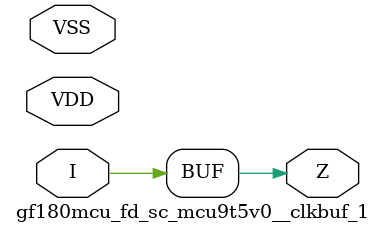
<source format=v>

module gf180mcu_fd_sc_mcu9t5v0__clkbuf_1( I, Z, VDD, VSS );
input I;
inout VDD, VSS;
output Z;

	buf MGM_BG_0( Z, I );

endmodule

</source>
